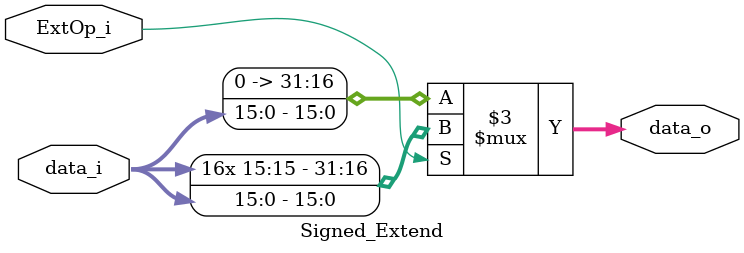
<source format=v>
module Signed_Extend(
    data_i,
	ExtOp_i,
    data_o
);

input	[15:0]	data_i;
input			ExtOp_i;
output 	[31:0]	data_o;

reg 	[31:0]	data_o;

always@(data_i or ExtOp_i) begin
	if(ExtOp_i)
		data_o = {{16{data_i[15]}}, data_i};
	else
		data_o = {16'b0, data_i};
end

endmodule
</source>
